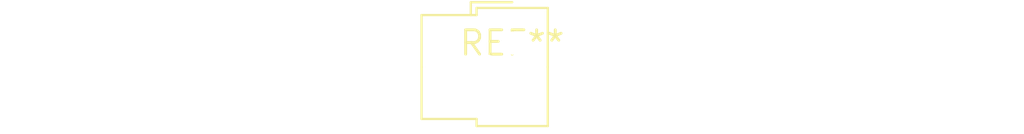
<source format=kicad_pcb>
(kicad_pcb (version 20240108) (generator pcbnew)
  (layers (0 "F.Cu" signal) (31 "B.Cu" signal) (34 "B.Paste" user) (35 "F.Paste" user) (36 "B.SilkS" user "B.Silkscreen") (37 "F.SilkS" user "F.Silkscreen") (38 "B.Mask" user) (39 "F.Mask" user) (44 "Edge.Cuts" user))
  (net 0 "")
  (footprint "Molex_Nano-Fit_105309-xx02_1x02_P2.50mm_Vertical" (layer "F.Cu") (at 0 0)
    (property "Reference" "REF**")
    (property "Value" "Molex_Nano-Fit_105309-xx02_1x02_P2.50mm_Vertical")
    (fp_line (start -4.71 -1.46) (end -4.71 1.25) (layer "F.SilkS") (stroke (width 0.12)))
    (fp_line (start -4.71 3.96) (end -4.71 1.25) (layer "F.SilkS") (stroke (width 0.12)))
    (fp_line (start -2.15 -2.13) (end -2.15 -1.46) (layer "F.SilkS") (stroke (width 0.12)))
    (fp_line (start -1.85 -1.83) (end -1.85 -1.46) (layer "F.SilkS") (stroke (width 0.12)))
    (fp_line (start -1.85 -1.46) (end -4.71 -1.46) (layer "F.SilkS") (stroke (width 0.12)))
    (fp_line (start -1.85 3.96) (end -4.71 3.96) (layer "F.SilkS") (stroke (width 0.12)))
    (fp_line (start -1.85 4.33) (end -1.85 3.96) (layer "F.SilkS") (stroke (width 0.12)))
    (fp_line (start 0 -2.13) (end -2.15 -2.13) (layer "F.SilkS") (stroke (width 0.12)))
    (fp_line (start 1.85 -1.83) (end -1.85 -1.83) (layer "F.SilkS") (stroke (width 0.12)))
    (fp_line (start 1.85 1.25) (end 1.85 -1.83) (layer "F.SilkS") (stroke (width 0.12)))
    (fp_line (start 1.85 1.25) (end 1.85 4.33) (layer "F.SilkS") (stroke (width 0.12)))
    (fp_line (start 1.85 4.33) (end -1.85 4.33) (layer "F.SilkS") (stroke (width 0.12)))
    (pad "" np_thru_hole circle (at -1.34 1.25) (size 1.3 1.3) (drill 1.3) (layers *.Cu *.Mask))
    (pad "1" thru_hole custom (at 0 0) (size 1.417157 1.417157) (drill 1.2) (layers *.Cu *.Mask) (remove_unused_layers) (options (clearance outline) (anchor circle)) (primitives (gr_poly (pts (xy 0.85 0.6) (xy -0.45 0.6) (xy -0.85 0.2) (xy -0.85 -0.6) (xy 0.85 -0.6)) (width 0.5) (fill yes))))
    (pad "2" thru_hole oval (at 0 2.5) (size 2.2 1.7) (drill 1.2) (layers *.Cu *.Mask) (remove_unused_layers))
  )
)
</source>
